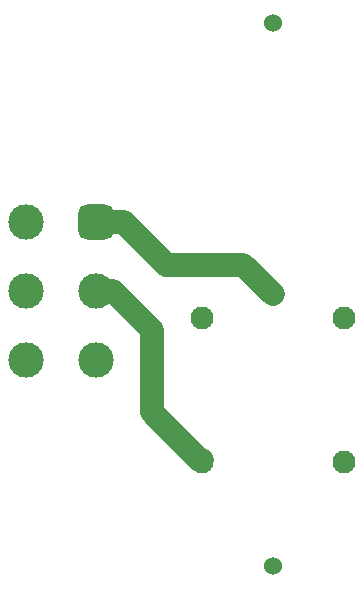
<source format=gbl>
G04*
G04 #@! TF.GenerationSoftware,Altium Limited,Altium Designer,18.1.9 (240)*
G04*
G04 Layer_Physical_Order=2*
G04 Layer_Color=16711680*
%FSLAX25Y25*%
%MOIN*%
G70*
G01*
G75*
%ADD27C,0.07874*%
%ADD29C,0.07677*%
%ADD30C,0.11811*%
G04:AMPARAMS|DCode=31|XSize=118.11mil|YSize=118.11mil|CornerRadius=29.53mil|HoleSize=0mil|Usage=FLASHONLY|Rotation=90.000|XOffset=0mil|YOffset=0mil|HoleType=Round|Shape=RoundedRectangle|*
%AMROUNDEDRECTD31*
21,1,0.11811,0.05906,0,0,90.0*
21,1,0.05906,0.11811,0,0,90.0*
1,1,0.05906,0.02953,0.02953*
1,1,0.05906,0.02953,-0.02953*
1,1,0.05906,-0.02953,-0.02953*
1,1,0.05906,-0.02953,0.02953*
%
%ADD31ROUNDEDRECTD31*%
%ADD32C,0.06000*%
D27*
X211614Y86614D02*
X212598D01*
X183071Y142717D02*
X195866Y129921D01*
Y102362D02*
Y129921D01*
Y102362D02*
X211614Y86614D01*
X177165Y142717D02*
X183071D01*
X226378Y151575D02*
X236221Y141732D01*
X200787Y151575D02*
X226378D01*
X186653Y165709D02*
X200787Y151575D01*
X177165Y165709D02*
X186653D01*
D29*
X236221Y141732D02*
D03*
X212598Y133858D02*
D03*
Y85827D02*
D03*
X259842D02*
D03*
Y133858D02*
D03*
D30*
X154095Y165709D02*
D03*
X177165Y119724D02*
D03*
Y142717D02*
D03*
X154095D02*
D03*
Y119724D02*
D03*
D31*
X177165Y165709D02*
D03*
D32*
X236221Y232283D02*
D03*
Y51181D02*
D03*
M02*

</source>
